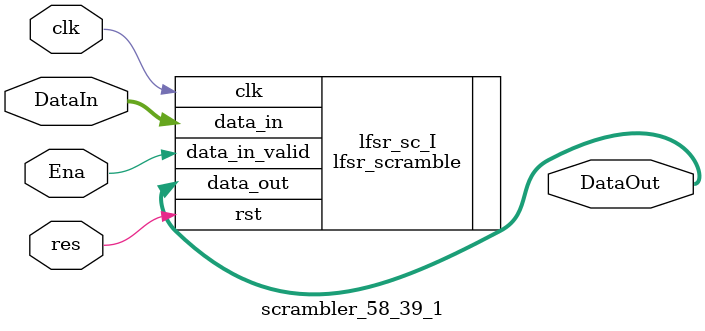
<source format=sv>
module scrambler_58_39_1(
        input wire clk,
        input wire res,

        input wire [63:0] DataIn,
        input wire        Ena,

        output logic [63:0] DataOut
    );

 /*   logic [127:0] scrambled_data;
    logic [63:0] reversed_data;

    assign DataOut =  {scrambled_data[127:64]};

    genvar j;
    generate

        for (j=0; j<64; j++) begin
            always_comb
            begin
                reversed_data[j] = DataIn[63-j];
                //reversed_data[j] = DataIn[j];
            end
                
        end
    endgenerate

    genvar i;
    generate

        for (i=64; i<128; i++) begin
            always_comb
                scrambled_data[i] = reversed_data[127-i] ^ (scrambled_data[i-58] ^ scrambled_data[i-39]);
        end
    endgenerate


    always_ff @(posedge clk, posedge res) begin
        if (res)
        begin
            scrambled_data[63:0] <= '{default:1};
        end
        else
        begin
            if (Ena)
                scrambled_data[63:0] <= scrambled_data[127:64];
        end

    end
*/

 lfsr_scramble  #(.REVERSE(0)) lfsr_sc_I (
        .clk(clk),
        .rst(res),
        .data_in(DataIn),
        .data_in_valid(Ena),
        .data_out(DataOut)
    );
    

endmodule


</source>
